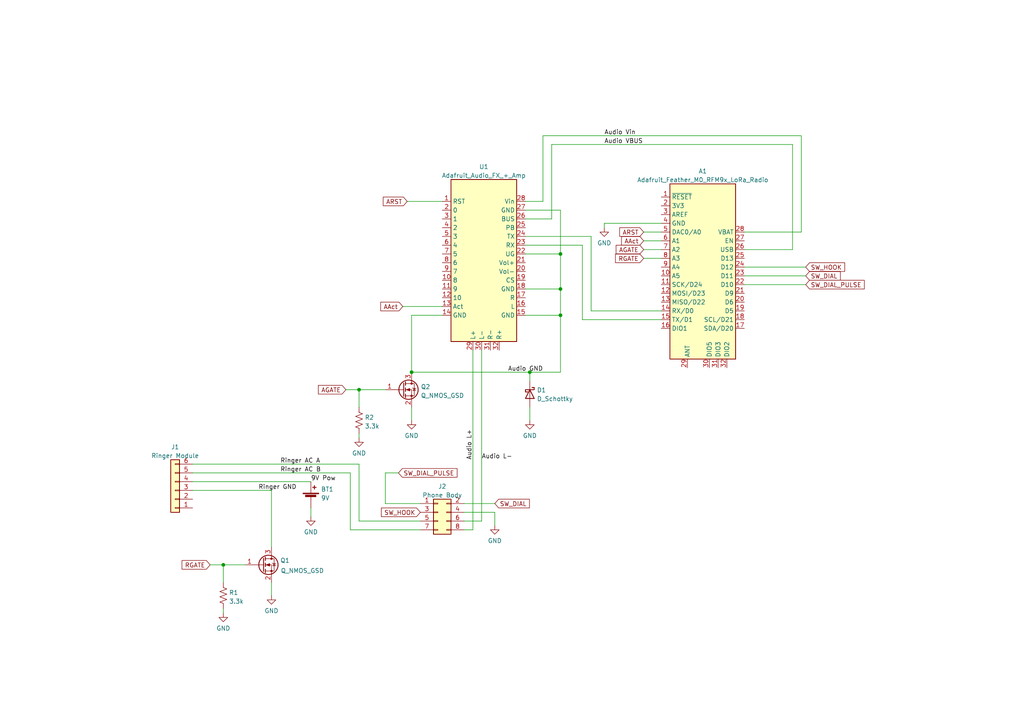
<source format=kicad_sch>
(kicad_sch (version 20211123) (generator eeschema)
  (paper "A4")
  (lib_symbols
    (symbol "Connector_Generic:Conn_01x06" (pin_names (offset 1.016) hide)
      (property "Reference" "J" (at 0 7.62 0))
      (property "Value" "Conn_01x06" (at 0 -10.16 0))
      (symbol "Conn_01x06_1_1"
        (rectangle (start -1.27 -7.493) (end 0 -7.747) (stroke (width 0.1524)))
        (rectangle (start -1.27 -4.953) (end 0 -5.207) (stroke (width 0.1524)))
        (rectangle (start -1.27 -2.413) (end 0 -2.667) (stroke (width 0.1524)))
        (rectangle (start -1.27 0.127) (end 0 -0.127) (stroke (width 0.1524)))
        (rectangle (start -1.27 2.667) (end 0 2.413) (stroke (width 0.1524)))
        (rectangle (start -1.27 5.207) (end 0 4.953) (stroke (width 0.1524)))
        (rectangle (start -1.27 6.35) (end 1.27 -8.89) (stroke (width 0.254)) (fill (type background)))
        (pin passive line (at -5.08 5.08 0) (length 3.81) (name "Pin_1") (number "1"))
        (pin passive line (at -5.08 2.54 0) (length 3.81) (name "Pin_2") (number "2"))
        (pin passive line (at -5.08 0 0) (length 3.81) (name "Pin_3") (number "3"))
        (pin passive line (at -5.08 -2.54 0) (length 3.81) (name "Pin_4") (number "4"))
        (pin passive line (at -5.08 -5.08 0) (length 3.81) (name "Pin_5") (number "5"))
        (pin passive line (at -5.08 -7.62 0) (length 3.81) (name "Pin_6") (number "6"))
      )
    )
    (symbol "Connector_Generic:Conn_02x04_Odd_Even" (pin_names (offset 1.016) hide)
      (property "Reference" "J" (at 1.27 5.08 0))
      (property "Value" "Conn_02x04_Odd_Even" (at 1.27 -7.62 0))
      (symbol "Conn_02x04_Odd_Even_1_1"
        (rectangle (start -1.27 -4.953) (end 0 -5.207) (stroke (width 0.1524)))
        (rectangle (start -1.27 -2.413) (end 0 -2.667) (stroke (width 0.1524)))
        (rectangle (start -1.27 0.127) (end 0 -0.127) (stroke (width 0.1524)))
        (rectangle (start -1.27 2.667) (end 0 2.413) (stroke (width 0.1524)))
        (rectangle (start -1.27 3.81) (end 3.81 -6.35) (stroke (width 0.254)) (fill (type background)))
        (rectangle (start 3.81 -4.953) (end 2.54 -5.207) (stroke (width 0.1524)))
        (rectangle (start 3.81 -2.413) (end 2.54 -2.667) (stroke (width 0.1524)))
        (rectangle (start 3.81 0.127) (end 2.54 -0.127) (stroke (width 0.1524)))
        (rectangle (start 3.81 2.667) (end 2.54 2.413) (stroke (width 0.1524)))
        (pin passive line (at -5.08 2.54 0) (length 3.81) (name "Pin_1") (number "1"))
        (pin passive line (at 7.62 2.54 180) (length 3.81) (name "Pin_2") (number "2"))
        (pin passive line (at -5.08 0 0) (length 3.81) (name "Pin_3") (number "3"))
        (pin passive line (at 7.62 0 180) (length 3.81) (name "Pin_4") (number "4"))
        (pin passive line (at -5.08 -2.54 0) (length 3.81) (name "Pin_5") (number "5"))
        (pin passive line (at 7.62 -2.54 180) (length 3.81) (name "Pin_6") (number "6"))
        (pin passive line (at -5.08 -5.08 0) (length 3.81) (name "Pin_7") (number "7"))
        (pin passive line (at 7.62 -5.08 180) (length 3.81) (name "Pin_8") (number "8"))
      )
    )
    (symbol "Device:Battery_Cell" (pin_numbers hide) (pin_names (offset 0) hide)
      (property "Reference" "BT" (at 2.54 2.54 0))
      (property "Value" "Battery_Cell" (at 2.54 0 0))
      (symbol "Battery_Cell_0_1"
        (rectangle (start -2.286 1.778) (end 2.286 1.524) (fill (type outline)))
        (rectangle (start -1.5748 1.1938) (end 1.4732 0.6858) (fill (type outline)))
        (polyline (pts (xy 0 0.762) (xy 0 0)))
        (polyline (pts (xy 0 1.778) (xy 0 2.54)))
        (polyline (pts (xy 0.508 3.429) (xy 1.524 3.429)) (stroke (width 0.254)))
        (polyline (pts (xy 1.016 3.937) (xy 1.016 2.921)) (stroke (width 0.254)))
      )
      (symbol "Battery_Cell_1_1"
        (pin passive line (at 0 5.08 270) (length 2.54) (name "+") (number "1"))
        (pin passive line (at 0 -2.54 90) (length 2.54) (name "-") (number "2"))
      )
    )
    (symbol "Device:D_Schottky" (pin_numbers hide) (pin_names (offset 1.016) hide)
      (property "Reference" "D" (at 0 2.54 0))
      (property "Value" "D_Schottky" (at 0 -2.54 0))
      (symbol "D_Schottky_0_1"
        (polyline (pts (xy 1.27 0) (xy -1.27 0)))
        (polyline (pts (xy 1.27 1.27) (xy 1.27 -1.27) (xy -1.27 0) (xy 1.27 1.27)) (stroke (width 0.254)))
        (polyline (pts (xy -1.905 0.635) (xy -1.905 1.27) (xy -1.27 1.27) (xy -1.27 -1.27) (xy -0.635 -1.27) (xy -0.635 -0.635)) (stroke (width 0.254)))
      )
      (symbol "D_Schottky_1_1"
        (pin passive line (at -3.81 0 0) (length 2.54) (name "K") (number "1"))
        (pin passive line (at 3.81 0 180) (length 2.54) (name "A") (number "2"))
      )
    )
    (symbol "Device:Q_NMOS_GSD" (pin_names (offset 0) hide)
      (property "Reference" "Q" (at 5.08 1.27 0))
      (property "Value" "Q_NMOS_GSD" (at 5.08 -1.27 0))
      (symbol "Q_NMOS_GSD_0_1"
        (polyline (pts (xy 0.254 0) (xy -2.54 0)))
        (polyline (pts (xy 0.254 1.905) (xy 0.254 -1.905)) (stroke (width 0.254)))
        (polyline (pts (xy 0.762 -1.27) (xy 0.762 -2.286)) (stroke (width 0.254)))
        (polyline (pts (xy 0.762 0.508) (xy 0.762 -0.508)) (stroke (width 0.254)))
        (polyline (pts (xy 0.762 2.286) (xy 0.762 1.27)) (stroke (width 0.254)))
        (polyline (pts (xy 2.54 2.54) (xy 2.54 1.778)))
        (polyline (pts (xy 2.54 -2.54) (xy 2.54 0) (xy 0.762 0)))
        (polyline (pts (xy 0.762 -1.778) (xy 3.302 -1.778) (xy 3.302 1.778) (xy 0.762 1.778)))
        (polyline (pts (xy 1.016 0) (xy 2.032 0.381) (xy 2.032 -0.381) (xy 1.016 0)) (fill (type outline)))
        (polyline (pts (xy 2.794 0.508) (xy 2.921 0.381) (xy 3.683 0.381) (xy 3.81 0.254)))
        (polyline (pts (xy 3.302 0.381) (xy 2.921 -0.254) (xy 3.683 -0.254) (xy 3.302 0.381)))
        (circle (center 1.651 0) (radius 2.794) (stroke (width 0.254)))
        (circle (center 2.54 -1.778) (radius 0.254) (fill (type outline)))
        (circle (center 2.54 1.778) (radius 0.254) (fill (type outline)))
      )
      (symbol "Q_NMOS_GSD_1_1"
        (pin input line (at -5.08 0 0) (length 2.54) (name "G") (number "1"))
        (pin passive line (at 2.54 -5.08 90) (length 2.54) (name "S") (number "2"))
        (pin passive line (at 2.54 5.08 270) (length 2.54) (name "D") (number "3"))
      )
    )
    (symbol "Device:R_US" (pin_numbers hide) (pin_names (offset 0))
      (property "Reference" "R" (at 2.54 0 90))
      (property "Value" "R_US" (at -2.54 0 90))
      (symbol "R_US_0_1"
        (polyline (pts (xy 0 -2.286) (xy 0 -2.54)))
        (polyline (pts (xy 0 2.286) (xy 0 2.54)))
        (polyline (pts (xy 0 -0.762) (xy 1.016 -1.143) (xy 0 -1.524) (xy -1.016 -1.905) (xy 0 -2.286)))
        (polyline (pts (xy 0 0.762) (xy 1.016 0.381) (xy 0 0) (xy -1.016 -0.381) (xy 0 -0.762)))
        (polyline (pts (xy 0 2.286) (xy 1.016 1.905) (xy 0 1.524) (xy -1.016 1.143) (xy 0 0.762)))
      )
      (symbol "R_US_1_1"
        (pin passive line (at 0 3.81 270) (length 1.27) (name "~") (number "1"))
        (pin passive line (at 0 -3.81 90) (length 1.27) (name "~") (number "2"))
      )
    )
    (symbol "ld_components:Adafruit_Audio_FX_+_Amp"
      (property "Reference" "U" (at 0 -8.89 0))
      (property "Value" "Adafruit_Audio_FX_+_Amp" (at 0 26.67 0))
      (symbol "Adafruit_Audio_FX_+_Amp_0_1"
        (rectangle (start -10.16 24.13) (end 8.89 -22.86) (stroke (width 0.254)) (fill (type background)))
      )
      (symbol "Adafruit_Audio_FX_+_Amp_1_1"
        (pin input line (at -12.7 17.78 0) (length 2.54) (name "RST") (number "1"))
        (pin input line (at -12.7 -5.08 0) (length 2.54) (name "8") (number "10"))
        (pin input line (at -12.7 -7.62 0) (length 2.54) (name "9") (number "11"))
        (pin input line (at -12.7 -10.16 0) (length 2.54) (name "10") (number "12"))
        (pin output line (at -12.7 -12.7 0) (length 2.54) (name "Act") (number "13"))
        (pin power_in line (at -12.7 -15.24 0) (length 2.54) (name "GND") (number "14"))
        (pin power_in line (at 11.43 -15.24 180) (length 2.54) (name "GND") (number "15"))
        (pin output line (at 11.43 -12.7 180) (length 2.54) (name "L") (number "16"))
        (pin output line (at 11.43 -10.16 180) (length 2.54) (name "R") (number "17"))
        (pin power_in line (at 11.43 -7.62 180) (length 2.54) (name "GND") (number "18"))
        (pin input line (at 11.43 -5.08 180) (length 2.54) (name "CS") (number "19"))
        (pin input line (at -12.7 15.24 0) (length 2.54) (name "0") (number "2"))
        (pin input line (at 11.43 -2.54 180) (length 2.54) (name "Vol-") (number "20"))
        (pin input line (at 11.43 0 180) (length 2.54) (name "Vol+") (number "21"))
        (pin input line (at 11.43 2.54 180) (length 2.54) (name "UG") (number "22"))
        (pin input line (at 11.43 5.08 180) (length 2.54) (name "RX") (number "23"))
        (pin input line (at 11.43 7.62 180) (length 2.54) (name "TX") (number "24"))
        (pin input line (at 11.43 10.16 180) (length 2.54) (name "PB") (number "25"))
        (pin power_out line (at 11.43 12.7 180) (length 2.54) (name "BUS") (number "26"))
        (pin power_in line (at 11.43 15.24 180) (length 2.54) (name "GND") (number "27"))
        (pin power_in line (at 11.43 17.78 180) (length 2.54) (name "Vin") (number "28"))
        (pin power_out line (at -3.81 -25.4 90) (length 2.54) (name "L+") (number "29"))
        (pin input line (at -12.7 12.7 0) (length 2.54) (name "1") (number "3"))
        (pin power_out line (at -1.27 -25.4 90) (length 2.54) (name "L-") (number "30"))
        (pin power_out line (at 1.27 -25.4 90) (length 2.54) (name "R-") (number "31"))
        (pin power_out line (at 3.81 -25.4 90) (length 2.54) (name "R+") (number "32"))
        (pin input line (at -12.7 10.16 0) (length 2.54) (name "2") (number "4"))
        (pin input line (at -12.7 7.62 0) (length 2.54) (name "3") (number "5"))
        (pin input line (at -12.7 5.08 0) (length 2.54) (name "4") (number "6"))
        (pin input line (at -12.7 2.54 0) (length 2.54) (name "5") (number "7"))
        (pin input line (at -12.7 0 0) (length 2.54) (name "6") (number "8"))
        (pin input line (at -12.7 -2.54 0) (length 2.54) (name "7") (number "9"))
      )
    )
    (symbol "ld_components:Adafruit_Feather_M0_RFM9x_LoRa_Radio"
      (property "Reference" "A" (at -10.16 29.21 0))
      (property "Value" "Adafruit_Feather_M0_RFM9x_LoRa_Radio" (at 10.16 -25.4 0))
      (symbol "Adafruit_Feather_M0_RFM9x_LoRa_Radio_0_1"
        (rectangle (start -10.16 27.94) (end 8.89 -22.86) (stroke (width 0.254)) (fill (type background)))
      )
      (symbol "Adafruit_Feather_M0_RFM9x_LoRa_Radio_1_1"
        (pin input line (at -12.7 24.13 0) (length 2.54) (name "~{RESET}") (number "1"))
        (pin bidirectional line (at -12.7 1.27 0) (length 2.54) (name "A5") (number "10"))
        (pin bidirectional line (at -12.7 -1.27 0) (length 2.54) (name "SCK/D24") (number "11"))
        (pin bidirectional line (at -12.7 -3.81 0) (length 2.54) (name "MOSI/D23") (number "12"))
        (pin bidirectional line (at -12.7 -6.35 0) (length 2.54) (name "MISO/D22") (number "13"))
        (pin bidirectional line (at -12.7 -8.89 0) (length 2.54) (name "RX/D0") (number "14"))
        (pin bidirectional line (at -12.7 -11.43 0) (length 2.54) (name "TX/D1") (number "15"))
        (pin bidirectional line (at -12.7 -13.97 0) (length 2.54) (name "DIO1") (number "16"))
        (pin bidirectional line (at 11.43 -13.97 180) (length 2.54) (name "SDA/D20") (number "17"))
        (pin bidirectional line (at 11.43 -11.43 180) (length 2.54) (name "SCL/D21") (number "18"))
        (pin bidirectional line (at 11.43 -8.89 180) (length 2.54) (name "D5") (number "19"))
        (pin power_in line (at -12.7 21.59 0) (length 2.54) (name "3V3") (number "2"))
        (pin bidirectional line (at 11.43 -6.35 180) (length 2.54) (name "D6") (number "20"))
        (pin bidirectional line (at 11.43 -3.81 180) (length 2.54) (name "D9") (number "21"))
        (pin bidirectional line (at 11.43 -1.27 180) (length 2.54) (name "D10") (number "22"))
        (pin bidirectional line (at 11.43 1.27 180) (length 2.54) (name "D11") (number "23"))
        (pin bidirectional line (at 11.43 3.81 180) (length 2.54) (name "D12") (number "24"))
        (pin bidirectional line (at 11.43 6.35 180) (length 2.54) (name "D13") (number "25"))
        (pin power_in line (at 11.43 8.89 180) (length 2.54) (name "USB") (number "26"))
        (pin input line (at 11.43 11.43 180) (length 2.54) (name "EN") (number "27"))
        (pin power_in line (at 11.43 13.97 180) (length 2.54) (name "VBAT") (number "28"))
        (pin bidirectional line (at -5.08 -25.4 90) (length 2.54) (name "ANT") (number "29"))
        (pin input line (at -12.7 19.05 0) (length 2.54) (name "AREF") (number "3"))
        (pin bidirectional line (at 1.27 -25.4 90) (length 2.54) (name "DIO5") (number "30"))
        (pin bidirectional line (at 3.81 -25.4 90) (length 2.54) (name "DIO3") (number "31"))
        (pin bidirectional line (at 6.35 -25.4 90) (length 2.54) (name "DIO2") (number "32"))
        (pin power_in line (at -12.7 16.51 0) (length 2.54) (name "GND") (number "4"))
        (pin bidirectional line (at -12.7 13.97 0) (length 2.54) (name "DAC0/A0") (number "5"))
        (pin bidirectional line (at -12.7 11.43 0) (length 2.54) (name "A1") (number "6"))
        (pin bidirectional line (at -12.7 8.89 0) (length 2.54) (name "A2") (number "7"))
        (pin bidirectional line (at -12.7 6.35 0) (length 2.54) (name "A3") (number "8"))
        (pin bidirectional line (at -12.7 3.81 0) (length 2.54) (name "A4") (number "9"))
      )
    )
    (symbol "power:GND" (power) (pin_names (offset 0))
      (property "Value" "GND" (at 0 -3.81 0))
      (symbol "GND_0_1"
        (polyline (pts (xy 0 0) (xy 0 -1.27) (xy 1.27 -1.27) (xy 0 -2.54) (xy -1.27 -1.27) (xy 0 -1.27)))
      )
      (symbol "GND_1_1"
        (pin power_in line (at 0 0 270) (length 0) hide (name "GND") (number "1"))
      )
    )
  )
  (junction (at 162.56 91.44))
  (junction (at 104.14 113.03))
  (junction (at 64.77 163.83))
  (junction (at 153.67 107.95))
  (junction (at 162.56 83.82))
  (junction (at 119.38 107.95))
  (junction (at 162.56 73.66))
  (wire (pts (xy 175.26 66.04) (xy 175.26 64.77)))
  (wire (pts (xy 116.84 88.9) (xy 128.27 88.9)))
  (wire (pts (xy 232.41 39.37) (xy 157.48 39.37)))
  (wire (pts (xy 191.77 67.31) (xy 186.69 67.31)))
  (wire (pts (xy 111.76 137.16) (xy 111.76 146.05)))
  (wire (pts (xy 229.87 41.91) (xy 160.02 41.91)))
  (wire (pts (xy 215.9 82.55) (xy 233.68 82.55)))
  (wire (pts (xy 153.67 107.95) (xy 153.67 110.49)))
  (wire (pts (xy 153.67 107.95) (xy 162.56 107.95)))
  (wire (pts (xy 104.14 125.73) (xy 104.14 127)))
  (wire (pts (xy 168.91 71.12) (xy 168.91 92.71)))
  (wire (pts (xy 134.62 148.59) (xy 143.51 148.59)))
  (wire (pts (xy 64.77 168.91) (xy 64.77 163.83)))
  (wire (pts (xy 55.88 139.7) (xy 90.17 139.7)))
  (wire (pts (xy 186.69 74.93) (xy 191.77 74.93)))
  (wire (pts (xy 115.57 137.16) (xy 111.76 137.16)))
  (wire (pts (xy 101.6 153.67) (xy 121.92 153.67)))
  (wire (pts (xy 232.41 67.31) (xy 215.9 67.31)))
  (wire (pts (xy 186.69 72.39) (xy 191.77 72.39)))
  (wire (pts (xy 78.74 142.24) (xy 78.74 158.75)))
  (wire (pts (xy 119.38 107.95) (xy 153.67 107.95)))
  (wire (pts (xy 143.51 148.59) (xy 143.51 152.4)))
  (wire (pts (xy 171.45 68.58) (xy 171.45 90.17)))
  (wire (pts (xy 162.56 83.82) (xy 162.56 91.44)))
  (wire (pts (xy 152.4 91.44) (xy 162.56 91.44)))
  (wire (pts (xy 162.56 73.66) (xy 162.56 83.82)))
  (wire (pts (xy 64.77 163.83) (xy 71.12 163.83)))
  (wire (pts (xy 171.45 90.17) (xy 191.77 90.17)))
  (wire (pts (xy 104.14 113.03) (xy 111.76 113.03)))
  (wire (pts (xy 152.4 73.66) (xy 162.56 73.66)))
  (wire (pts (xy 128.27 91.44) (xy 119.38 91.44)))
  (wire (pts (xy 160.02 41.91) (xy 160.02 63.5)))
  (wire (pts (xy 215.9 80.01) (xy 233.68 80.01)))
  (wire (pts (xy 186.69 69.85) (xy 191.77 69.85)))
  (wire (pts (xy 60.96 163.83) (xy 64.77 163.83)))
  (wire (pts (xy 104.14 151.13) (xy 121.92 151.13)))
  (wire (pts (xy 160.02 63.5) (xy 152.4 63.5)))
  (wire (pts (xy 229.87 72.39) (xy 215.9 72.39)))
  (wire (pts (xy 232.41 39.37) (xy 232.41 67.31)))
  (wire (pts (xy 55.88 142.24) (xy 78.74 142.24)))
  (wire (pts (xy 134.62 146.05) (xy 143.51 146.05)))
  (wire (pts (xy 157.48 58.42) (xy 152.4 58.42)))
  (wire (pts (xy 104.14 134.62) (xy 104.14 151.13)))
  (wire (pts (xy 175.26 64.77) (xy 191.77 64.77)))
  (wire (pts (xy 90.17 147.32) (xy 90.17 149.86)))
  (wire (pts (xy 168.91 92.71) (xy 191.77 92.71)))
  (wire (pts (xy 137.16 101.6) (xy 137.16 153.67)))
  (wire (pts (xy 162.56 91.44) (xy 162.56 107.95)))
  (wire (pts (xy 229.87 41.91) (xy 229.87 72.39)))
  (wire (pts (xy 152.4 71.12) (xy 168.91 71.12)))
  (wire (pts (xy 64.77 176.53) (xy 64.77 177.8)))
  (wire (pts (xy 152.4 68.58) (xy 171.45 68.58)))
  (wire (pts (xy 55.88 137.16) (xy 101.6 137.16)))
  (wire (pts (xy 55.88 134.62) (xy 104.14 134.62)))
  (wire (pts (xy 137.16 153.67) (xy 134.62 153.67)))
  (wire (pts (xy 78.74 168.91) (xy 78.74 172.72)))
  (wire (pts (xy 119.38 91.44) (xy 119.38 107.95)))
  (wire (pts (xy 111.76 146.05) (xy 121.92 146.05)))
  (wire (pts (xy 134.62 151.13) (xy 139.7 151.13)))
  (wire (pts (xy 152.4 83.82) (xy 162.56 83.82)))
  (wire (pts (xy 100.33 113.03) (xy 104.14 113.03)))
  (wire (pts (xy 101.6 137.16) (xy 101.6 153.67)))
  (wire (pts (xy 119.38 118.11) (xy 119.38 121.92)))
  (wire (pts (xy 104.14 118.11) (xy 104.14 113.03)))
  (wire (pts (xy 153.67 118.11) (xy 153.67 121.92)))
  (wire (pts (xy 157.48 39.37) (xy 157.48 58.42)))
  (wire (pts (xy 152.4 60.96) (xy 162.56 60.96)))
  (wire (pts (xy 215.9 77.47) (xy 233.68 77.47)))
  (wire (pts (xy 118.11 58.42) (xy 128.27 58.42)))
  (wire (pts (xy 139.7 151.13) (xy 139.7 101.6)))
  (wire (pts (xy 162.56 60.96) (xy 162.56 73.66)))
  (label "Audio Vin" (at 175.26 39.37 0))
  (label "Audio L-" (at 139.7 133.35 0))
  (label "Ringer GND" (at 74.93 142.24 0))
  (label "9V Pow" (at 90.17 139.7 0))
  (label "Audio VBUS" (at 175.26 41.91 0))
  (label "Ringer AC A" (at 81.28 134.62 0))
  (label "Audio GND" (at 147.32 107.95 0))
  (label "Audio L+" (at 137.16 133.35 90))
  (label "Ringer AC B" (at 81.28 137.16 0))
  (global_label "AAct" (shape input) (at 186.69 69.85 180) (property "Intersheet References" "${INTERSHEET_REFS}" (effects hide)))
  (global_label "AAct" (shape input) (at 116.84 88.9 180) (property "Intersheet References" "${INTERSHEET_REFS}" (effects hide)))
  (global_label "AGATE" (shape input) (at 186.69 72.39 180) (property "Intersheet References" "${INTERSHEET_REFS}" (effects hide)))
  (global_label "ARST" (shape input) (at 118.11 58.42 180) (property "Intersheet References" "${INTERSHEET_REFS}" (effects hide)))
  (global_label "SW_DIAL_PULSE" (shape input) (at 233.68 82.55 0) (property "Intersheet References" "${INTERSHEET_REFS}" (effects hide)))
  (global_label "SW_HOOK" (shape input) (at 121.92 148.59 180) (property "Intersheet References" "${INTERSHEET_REFS}" (effects hide)))
  (global_label "ARST" (shape input) (at 186.69 67.31 180) (property "Intersheet References" "${INTERSHEET_REFS}" (effects hide)))
  (global_label "RGATE" (shape input) (at 60.96 163.83 180) (property "Intersheet References" "${INTERSHEET_REFS}" (effects hide)))
  (global_label "SW_DIAL" (shape input) (at 143.51 146.05 0) (property "Intersheet References" "${INTERSHEET_REFS}" (effects hide)))
  (global_label "AGATE" (shape input) (at 100.33 113.03 180) (property "Intersheet References" "${INTERSHEET_REFS}" (effects hide)))
  (global_label "SW_DIAL" (shape input) (at 233.68 80.01 0) (property "Intersheet References" "${INTERSHEET_REFS}" (effects hide)))
  (global_label "SW_HOOK" (shape input) (at 233.68 77.47 0) (property "Intersheet References" "${INTERSHEET_REFS}" (effects hide)))
  (global_label "SW_DIAL_PULSE" (shape input) (at 115.57 137.16 0) (property "Intersheet References" "${INTERSHEET_REFS}" (effects hide)))
  (global_label "RGATE" (shape input) (at 186.69 74.93 180) (property "Intersheet References" "${INTERSHEET_REFS}" (effects hide)))
  (symbol (lib_id "power:GND") (at 90.17 149.86 0) (unit 1)
    (property "Reference" "#PWR0104" (effects hide))
    (property "Value" "GND" (at 90.17 154.3034 0))
  )
  (symbol (lib_id "power:GND") (at 78.74 172.72 0) (unit 1)
    (property "Reference" "#PWR0105" (effects hide))
    (property "Value" "GND" (at 78.74 177.1634 0))
  )
  (symbol (lib_id "ld_components:Adafruit_Audio_FX_+_Amp") (at 140.97 76.2 0) (unit 1)
    (property "Reference" "U1" (at 140.335 48.3702 0))
    (property "Value" "Adafruit_Audio_FX_+_Amp" (at 140.335 50.9071 0))
    (property "Footprint" "ld_components:Adafruit Audio FX + Amp" (effects hide))
    (property "Datasheet" "https://learn.adafruit.com/adafruit-audio-fx-sound-board/" (effects hide))
  )
  (symbol (lib_id "power:GND") (at 153.67 121.92 0) (unit 1)
    (property "Reference" "#PWR0108" (effects hide))
    (property "Value" "GND" (at 153.67 126.3634 0))
  )
  (symbol (lib_id "power:GND") (at 175.26 66.04 0) (unit 1)
    (property "Reference" "#PWR0101" (effects hide))
    (property "Value" "GND" (at 175.26 70.4834 0))
  )
  (symbol (lib_id "Connector_Generic:Conn_01x06") (at 50.8 142.24 180) (unit 1)
    (property "Reference" "J1" (at 50.8 129.6502 0))
    (property "Value" "Ringer Module" (at 50.8 132.1871 0))
    (property "Footprint" "Connector_PinHeader_2.54mm:PinHeader_1x06_P2.54mm_Vertical" (effects hide))
  )
  (symbol (lib_id "power:GND") (at 64.77 177.8 0) (unit 1)
    (property "Reference" "#PWR0106" (effects hide))
    (property "Value" "GND" (at 64.77 182.2434 0))
  )
  (symbol (lib_id "power:GND") (at 104.14 127 0) (unit 1)
    (property "Reference" "#PWR0107" (effects hide))
    (property "Value" "GND" (at 104.14 131.4434 0))
  )
  (symbol (lib_id "Device:Q_NMOS_GSD") (at 76.2 163.83 0) (unit 1)
    (property "Reference" "Q1" (at 81.28 162.56 0) (effects (justify left)))
    (property "Value" "Q_NMOS_GSD" (at 81.407 165.5322 0) (effects (justify left)))
    (property "Footprint" "Package_TO_SOT_SMD:SOT-416" (effects hide))
  )
  (symbol (lib_id "Device:R_US") (at 64.77 172.72 0) (unit 1)
    (property "Reference" "R1" (at 66.421 171.8853 0) (effects (justify left)))
    (property "Value" "3.3k" (at 66.421 174.4222 0) (effects (justify left)))
    (property "Footprint" "Resistor_THT:R_Axial_DIN0204_L3.6mm_D1.6mm_P5.08mm_Horizontal" (effects hide))
  )
  (symbol (lib_id "power:GND") (at 143.51 152.4 0) (unit 1)
    (property "Reference" "#PWR0102" (effects hide))
    (property "Value" "GND" (at 143.51 156.8434 0))
  )
  (symbol (lib_id "Device:Battery_Cell") (at 90.17 144.78 0) (unit 1)
    (property "Reference" "BT1" (at 93.091 141.9133 0) (effects (justify left)))
    (property "Value" "9V" (at 93.091 144.4502 0) (effects (justify left)))
    (property "Footprint" "Connector_PinHeader_2.54mm:PinHeader_1x02_P2.54mm_Vertical" (effects hide))
  )
  (symbol (lib_id "Device:Q_NMOS_GSD") (at 116.84 113.03 0) (unit 1)
    (property "Reference" "Q2" (at 122.047 112.1953 0) (effects (justify left)))
    (property "Value" "Q_NMOS_GSD" (at 122.047 114.7322 0) (effects (justify left)))
    (property "Footprint" "Package_TO_SOT_SMD:SOT-416" (effects hide))
  )
  (symbol (lib_id "Connector_Generic:Conn_02x04_Odd_Even") (at 127 148.59 0) (unit 1)
    (property "Reference" "J2" (at 128.27 141.0802 0))
    (property "Value" "Phone Body" (at 128.27 143.6171 0))
    (property "Footprint" "Connector_PinSocket_2.54mm:PinSocket_2x04_P2.54mm_Vertical" (effects hide))
  )
  (symbol (lib_id "Device:R_US") (at 104.14 121.92 0) (unit 1)
    (property "Reference" "R2" (at 105.791 121.0853 0) (effects (justify left)))
    (property "Value" "3.3k" (at 105.791 123.6222 0) (effects (justify left)))
    (property "Footprint" "Resistor_THT:R_Axial_DIN0204_L3.6mm_D1.6mm_P5.08mm_Horizontal" (effects hide))
  )
  (symbol (lib_id "ld_components:Adafruit_Feather_M0_RFM9x_LoRa_Radio") (at 204.47 81.28 0) (unit 1)
    (property "Reference" "A1" (at 203.835 49.6402 0))
    (property "Value" "Adafruit_Feather_M0_RFM9x_LoRa_Radio" (at 203.835 52.1771 0))
    (property "Footprint" "ld_components:Adafruit_Feather_M0_RFM" (effects hide))
    (property "Datasheet" "https://cdn-learn.adafruit.com/downloads/pdf/adafruit-feather-m0-radio-with-lora-radio-module.pdf" (effects hide))
  )
  (symbol (lib_id "Device:D_Schottky") (at 153.67 114.3 270) (unit 1)
    (property "Reference" "D1" (at 155.702 113.1478 90) (effects (justify left)))
    (property "Value" "D_Schottky" (at 155.702 115.6847 90) (effects (justify left)))
    (property "Footprint" "Diode_THT:D_DO-41_SOD81_P7.62mm_Horizontal" (effects hide))
  )
  (symbol (lib_id "power:GND") (at 119.38 121.92 0) (unit 1)
    (property "Reference" "#PWR0103" (effects hide))
    (property "Value" "GND" (at 119.38 126.3634 0))
  )
)
</source>
